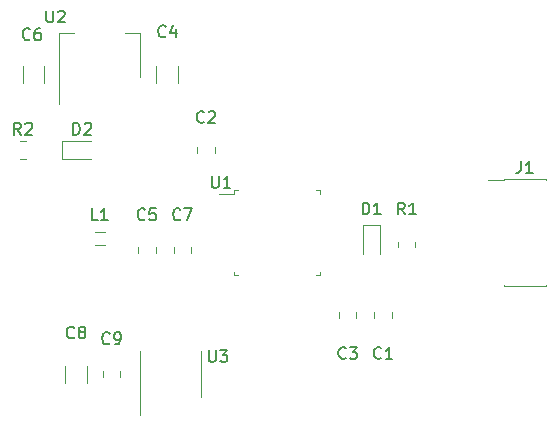
<source format=gbr>
%TF.GenerationSoftware,KiCad,Pcbnew,(6.0.2)*%
%TF.CreationDate,2022-03-18T10:51:15+01:00*%
%TF.ProjectId,stm32l02,73746d33-326c-4303-922e-6b696361645f,rev?*%
%TF.SameCoordinates,Original*%
%TF.FileFunction,Legend,Top*%
%TF.FilePolarity,Positive*%
%FSLAX46Y46*%
G04 Gerber Fmt 4.6, Leading zero omitted, Abs format (unit mm)*
G04 Created by KiCad (PCBNEW (6.0.2)) date 2022-03-18 10:51:15*
%MOMM*%
%LPD*%
G01*
G04 APERTURE LIST*
%ADD10C,0.150000*%
%ADD11C,0.120000*%
G04 APERTURE END LIST*
D10*
%TO.C,D1*%
X72261904Y-48452380D02*
X72261904Y-47452380D01*
X72500000Y-47452380D01*
X72642857Y-47500000D01*
X72738095Y-47595238D01*
X72785714Y-47690476D01*
X72833333Y-47880952D01*
X72833333Y-48023809D01*
X72785714Y-48214285D01*
X72738095Y-48309523D01*
X72642857Y-48404761D01*
X72500000Y-48452380D01*
X72261904Y-48452380D01*
X73785714Y-48452380D02*
X73214285Y-48452380D01*
X73500000Y-48452380D02*
X73500000Y-47452380D01*
X73404761Y-47595238D01*
X73309523Y-47690476D01*
X73214285Y-47738095D01*
%TO.C,C7*%
X56833333Y-48857142D02*
X56785714Y-48904761D01*
X56642857Y-48952380D01*
X56547619Y-48952380D01*
X56404761Y-48904761D01*
X56309523Y-48809523D01*
X56261904Y-48714285D01*
X56214285Y-48523809D01*
X56214285Y-48380952D01*
X56261904Y-48190476D01*
X56309523Y-48095238D01*
X56404761Y-48000000D01*
X56547619Y-47952380D01*
X56642857Y-47952380D01*
X56785714Y-48000000D01*
X56833333Y-48047619D01*
X57166666Y-47952380D02*
X57833333Y-47952380D01*
X57404761Y-48952380D01*
%TO.C,C4*%
X55583333Y-33357142D02*
X55535714Y-33404761D01*
X55392857Y-33452380D01*
X55297619Y-33452380D01*
X55154761Y-33404761D01*
X55059523Y-33309523D01*
X55011904Y-33214285D01*
X54964285Y-33023809D01*
X54964285Y-32880952D01*
X55011904Y-32690476D01*
X55059523Y-32595238D01*
X55154761Y-32500000D01*
X55297619Y-32452380D01*
X55392857Y-32452380D01*
X55535714Y-32500000D01*
X55583333Y-32547619D01*
X56440476Y-32785714D02*
X56440476Y-33452380D01*
X56202380Y-32404761D02*
X55964285Y-33119047D01*
X56583333Y-33119047D01*
%TO.C,U1*%
X59488095Y-45202380D02*
X59488095Y-46011904D01*
X59535714Y-46107142D01*
X59583333Y-46154761D01*
X59678571Y-46202380D01*
X59869047Y-46202380D01*
X59964285Y-46154761D01*
X60011904Y-46107142D01*
X60059523Y-46011904D01*
X60059523Y-45202380D01*
X61059523Y-46202380D02*
X60488095Y-46202380D01*
X60773809Y-46202380D02*
X60773809Y-45202380D01*
X60678571Y-45345238D01*
X60583333Y-45440476D01*
X60488095Y-45488095D01*
%TO.C,C9*%
X50833333Y-59357142D02*
X50785714Y-59404761D01*
X50642857Y-59452380D01*
X50547619Y-59452380D01*
X50404761Y-59404761D01*
X50309523Y-59309523D01*
X50261904Y-59214285D01*
X50214285Y-59023809D01*
X50214285Y-58880952D01*
X50261904Y-58690476D01*
X50309523Y-58595238D01*
X50404761Y-58500000D01*
X50547619Y-58452380D01*
X50642857Y-58452380D01*
X50785714Y-58500000D01*
X50833333Y-58547619D01*
X51309523Y-59452380D02*
X51500000Y-59452380D01*
X51595238Y-59404761D01*
X51642857Y-59357142D01*
X51738095Y-59214285D01*
X51785714Y-59023809D01*
X51785714Y-58642857D01*
X51738095Y-58547619D01*
X51690476Y-58500000D01*
X51595238Y-58452380D01*
X51404761Y-58452380D01*
X51309523Y-58500000D01*
X51261904Y-58547619D01*
X51214285Y-58642857D01*
X51214285Y-58880952D01*
X51261904Y-58976190D01*
X51309523Y-59023809D01*
X51404761Y-59071428D01*
X51595238Y-59071428D01*
X51690476Y-59023809D01*
X51738095Y-58976190D01*
X51785714Y-58880952D01*
%TO.C,J1*%
X85666666Y-43947380D02*
X85666666Y-44661666D01*
X85619047Y-44804523D01*
X85523809Y-44899761D01*
X85380952Y-44947380D01*
X85285714Y-44947380D01*
X86666666Y-44947380D02*
X86095238Y-44947380D01*
X86380952Y-44947380D02*
X86380952Y-43947380D01*
X86285714Y-44090238D01*
X86190476Y-44185476D01*
X86095238Y-44233095D01*
%TO.C,L1*%
X49833333Y-48952380D02*
X49357142Y-48952380D01*
X49357142Y-47952380D01*
X50690476Y-48952380D02*
X50119047Y-48952380D01*
X50404761Y-48952380D02*
X50404761Y-47952380D01*
X50309523Y-48095238D01*
X50214285Y-48190476D01*
X50119047Y-48238095D01*
%TO.C,R1*%
X75833333Y-48452380D02*
X75500000Y-47976190D01*
X75261904Y-48452380D02*
X75261904Y-47452380D01*
X75642857Y-47452380D01*
X75738095Y-47500000D01*
X75785714Y-47547619D01*
X75833333Y-47642857D01*
X75833333Y-47785714D01*
X75785714Y-47880952D01*
X75738095Y-47928571D01*
X75642857Y-47976190D01*
X75261904Y-47976190D01*
X76785714Y-48452380D02*
X76214285Y-48452380D01*
X76500000Y-48452380D02*
X76500000Y-47452380D01*
X76404761Y-47595238D01*
X76309523Y-47690476D01*
X76214285Y-47738095D01*
%TO.C,D2*%
X47761904Y-41702380D02*
X47761904Y-40702380D01*
X48000000Y-40702380D01*
X48142857Y-40750000D01*
X48238095Y-40845238D01*
X48285714Y-40940476D01*
X48333333Y-41130952D01*
X48333333Y-41273809D01*
X48285714Y-41464285D01*
X48238095Y-41559523D01*
X48142857Y-41654761D01*
X48000000Y-41702380D01*
X47761904Y-41702380D01*
X48714285Y-40797619D02*
X48761904Y-40750000D01*
X48857142Y-40702380D01*
X49095238Y-40702380D01*
X49190476Y-40750000D01*
X49238095Y-40797619D01*
X49285714Y-40892857D01*
X49285714Y-40988095D01*
X49238095Y-41130952D01*
X48666666Y-41702380D01*
X49285714Y-41702380D01*
%TO.C,C2*%
X58833333Y-40607142D02*
X58785714Y-40654761D01*
X58642857Y-40702380D01*
X58547619Y-40702380D01*
X58404761Y-40654761D01*
X58309523Y-40559523D01*
X58261904Y-40464285D01*
X58214285Y-40273809D01*
X58214285Y-40130952D01*
X58261904Y-39940476D01*
X58309523Y-39845238D01*
X58404761Y-39750000D01*
X58547619Y-39702380D01*
X58642857Y-39702380D01*
X58785714Y-39750000D01*
X58833333Y-39797619D01*
X59214285Y-39797619D02*
X59261904Y-39750000D01*
X59357142Y-39702380D01*
X59595238Y-39702380D01*
X59690476Y-39750000D01*
X59738095Y-39797619D01*
X59785714Y-39892857D01*
X59785714Y-39988095D01*
X59738095Y-40130952D01*
X59166666Y-40702380D01*
X59785714Y-40702380D01*
%TO.C,C5*%
X53833333Y-48857142D02*
X53785714Y-48904761D01*
X53642857Y-48952380D01*
X53547619Y-48952380D01*
X53404761Y-48904761D01*
X53309523Y-48809523D01*
X53261904Y-48714285D01*
X53214285Y-48523809D01*
X53214285Y-48380952D01*
X53261904Y-48190476D01*
X53309523Y-48095238D01*
X53404761Y-48000000D01*
X53547619Y-47952380D01*
X53642857Y-47952380D01*
X53785714Y-48000000D01*
X53833333Y-48047619D01*
X54738095Y-47952380D02*
X54261904Y-47952380D01*
X54214285Y-48428571D01*
X54261904Y-48380952D01*
X54357142Y-48333333D01*
X54595238Y-48333333D01*
X54690476Y-48380952D01*
X54738095Y-48428571D01*
X54785714Y-48523809D01*
X54785714Y-48761904D01*
X54738095Y-48857142D01*
X54690476Y-48904761D01*
X54595238Y-48952380D01*
X54357142Y-48952380D01*
X54261904Y-48904761D01*
X54214285Y-48857142D01*
%TO.C,U3*%
X59238095Y-59952380D02*
X59238095Y-60761904D01*
X59285714Y-60857142D01*
X59333333Y-60904761D01*
X59428571Y-60952380D01*
X59619047Y-60952380D01*
X59714285Y-60904761D01*
X59761904Y-60857142D01*
X59809523Y-60761904D01*
X59809523Y-59952380D01*
X60190476Y-59952380D02*
X60809523Y-59952380D01*
X60476190Y-60333333D01*
X60619047Y-60333333D01*
X60714285Y-60380952D01*
X60761904Y-60428571D01*
X60809523Y-60523809D01*
X60809523Y-60761904D01*
X60761904Y-60857142D01*
X60714285Y-60904761D01*
X60619047Y-60952380D01*
X60333333Y-60952380D01*
X60238095Y-60904761D01*
X60190476Y-60857142D01*
%TO.C,C1*%
X73833333Y-60607142D02*
X73785714Y-60654761D01*
X73642857Y-60702380D01*
X73547619Y-60702380D01*
X73404761Y-60654761D01*
X73309523Y-60559523D01*
X73261904Y-60464285D01*
X73214285Y-60273809D01*
X73214285Y-60130952D01*
X73261904Y-59940476D01*
X73309523Y-59845238D01*
X73404761Y-59750000D01*
X73547619Y-59702380D01*
X73642857Y-59702380D01*
X73785714Y-59750000D01*
X73833333Y-59797619D01*
X74785714Y-60702380D02*
X74214285Y-60702380D01*
X74500000Y-60702380D02*
X74500000Y-59702380D01*
X74404761Y-59845238D01*
X74309523Y-59940476D01*
X74214285Y-59988095D01*
%TO.C,C8*%
X47833333Y-58857142D02*
X47785714Y-58904761D01*
X47642857Y-58952380D01*
X47547619Y-58952380D01*
X47404761Y-58904761D01*
X47309523Y-58809523D01*
X47261904Y-58714285D01*
X47214285Y-58523809D01*
X47214285Y-58380952D01*
X47261904Y-58190476D01*
X47309523Y-58095238D01*
X47404761Y-58000000D01*
X47547619Y-57952380D01*
X47642857Y-57952380D01*
X47785714Y-58000000D01*
X47833333Y-58047619D01*
X48404761Y-58380952D02*
X48309523Y-58333333D01*
X48261904Y-58285714D01*
X48214285Y-58190476D01*
X48214285Y-58142857D01*
X48261904Y-58047619D01*
X48309523Y-58000000D01*
X48404761Y-57952380D01*
X48595238Y-57952380D01*
X48690476Y-58000000D01*
X48738095Y-58047619D01*
X48785714Y-58142857D01*
X48785714Y-58190476D01*
X48738095Y-58285714D01*
X48690476Y-58333333D01*
X48595238Y-58380952D01*
X48404761Y-58380952D01*
X48309523Y-58428571D01*
X48261904Y-58476190D01*
X48214285Y-58571428D01*
X48214285Y-58761904D01*
X48261904Y-58857142D01*
X48309523Y-58904761D01*
X48404761Y-58952380D01*
X48595238Y-58952380D01*
X48690476Y-58904761D01*
X48738095Y-58857142D01*
X48785714Y-58761904D01*
X48785714Y-58571428D01*
X48738095Y-58476190D01*
X48690476Y-58428571D01*
X48595238Y-58380952D01*
%TO.C,C6*%
X44083333Y-33607142D02*
X44035714Y-33654761D01*
X43892857Y-33702380D01*
X43797619Y-33702380D01*
X43654761Y-33654761D01*
X43559523Y-33559523D01*
X43511904Y-33464285D01*
X43464285Y-33273809D01*
X43464285Y-33130952D01*
X43511904Y-32940476D01*
X43559523Y-32845238D01*
X43654761Y-32750000D01*
X43797619Y-32702380D01*
X43892857Y-32702380D01*
X44035714Y-32750000D01*
X44083333Y-32797619D01*
X44940476Y-32702380D02*
X44750000Y-32702380D01*
X44654761Y-32750000D01*
X44607142Y-32797619D01*
X44511904Y-32940476D01*
X44464285Y-33130952D01*
X44464285Y-33511904D01*
X44511904Y-33607142D01*
X44559523Y-33654761D01*
X44654761Y-33702380D01*
X44845238Y-33702380D01*
X44940476Y-33654761D01*
X44988095Y-33607142D01*
X45035714Y-33511904D01*
X45035714Y-33273809D01*
X44988095Y-33178571D01*
X44940476Y-33130952D01*
X44845238Y-33083333D01*
X44654761Y-33083333D01*
X44559523Y-33130952D01*
X44511904Y-33178571D01*
X44464285Y-33273809D01*
%TO.C,C3*%
X70833333Y-60607142D02*
X70785714Y-60654761D01*
X70642857Y-60702380D01*
X70547619Y-60702380D01*
X70404761Y-60654761D01*
X70309523Y-60559523D01*
X70261904Y-60464285D01*
X70214285Y-60273809D01*
X70214285Y-60130952D01*
X70261904Y-59940476D01*
X70309523Y-59845238D01*
X70404761Y-59750000D01*
X70547619Y-59702380D01*
X70642857Y-59702380D01*
X70785714Y-59750000D01*
X70833333Y-59797619D01*
X71166666Y-59702380D02*
X71785714Y-59702380D01*
X71452380Y-60083333D01*
X71595238Y-60083333D01*
X71690476Y-60130952D01*
X71738095Y-60178571D01*
X71785714Y-60273809D01*
X71785714Y-60511904D01*
X71738095Y-60607142D01*
X71690476Y-60654761D01*
X71595238Y-60702380D01*
X71309523Y-60702380D01*
X71214285Y-60654761D01*
X71166666Y-60607142D01*
%TO.C,R2*%
X43333333Y-41702380D02*
X43000000Y-41226190D01*
X42761904Y-41702380D02*
X42761904Y-40702380D01*
X43142857Y-40702380D01*
X43238095Y-40750000D01*
X43285714Y-40797619D01*
X43333333Y-40892857D01*
X43333333Y-41035714D01*
X43285714Y-41130952D01*
X43238095Y-41178571D01*
X43142857Y-41226190D01*
X42761904Y-41226190D01*
X43714285Y-40797619D02*
X43761904Y-40750000D01*
X43857142Y-40702380D01*
X44095238Y-40702380D01*
X44190476Y-40750000D01*
X44238095Y-40797619D01*
X44285714Y-40892857D01*
X44285714Y-40988095D01*
X44238095Y-41130952D01*
X43666666Y-41702380D01*
X44285714Y-41702380D01*
%TO.C,U2*%
X45488095Y-31202380D02*
X45488095Y-32011904D01*
X45535714Y-32107142D01*
X45583333Y-32154761D01*
X45678571Y-32202380D01*
X45869047Y-32202380D01*
X45964285Y-32154761D01*
X46011904Y-32107142D01*
X46059523Y-32011904D01*
X46059523Y-31202380D01*
X46488095Y-31297619D02*
X46535714Y-31250000D01*
X46630952Y-31202380D01*
X46869047Y-31202380D01*
X46964285Y-31250000D01*
X47011904Y-31297619D01*
X47059523Y-31392857D01*
X47059523Y-31488095D01*
X47011904Y-31630952D01*
X46440476Y-32202380D01*
X47059523Y-32202380D01*
D11*
%TO.C,D1*%
X72265000Y-49340000D02*
X72265000Y-51800000D01*
X73735000Y-51800000D02*
X73735000Y-49340000D01*
X73735000Y-49340000D02*
X72265000Y-49340000D01*
%TO.C,C7*%
X56265000Y-51238748D02*
X56265000Y-51761252D01*
X57735000Y-51238748D02*
X57735000Y-51761252D01*
%TO.C,C4*%
X56610000Y-37311252D02*
X56610000Y-35888748D01*
X54790000Y-37311252D02*
X54790000Y-35888748D01*
%TO.C,U1*%
X61390000Y-53610000D02*
X61390000Y-53310000D01*
X61390000Y-46690000D02*
X60075000Y-46690000D01*
X68610000Y-46390000D02*
X68610000Y-46690000D01*
X61390000Y-46390000D02*
X61390000Y-46690000D01*
X68310000Y-53610000D02*
X68610000Y-53610000D01*
X68610000Y-53610000D02*
X68610000Y-53310000D01*
X61690000Y-46390000D02*
X61390000Y-46390000D01*
X61690000Y-53610000D02*
X61390000Y-53610000D01*
X68310000Y-46390000D02*
X68610000Y-46390000D01*
%TO.C,C9*%
X50265000Y-62261252D02*
X50265000Y-61738748D01*
X51735000Y-62261252D02*
X51735000Y-61738748D01*
%TO.C,J1*%
X84235000Y-45495000D02*
X87765000Y-45495000D01*
X84235000Y-45495000D02*
X84235000Y-45560000D01*
X87765000Y-54440000D02*
X87765000Y-54505000D01*
X84235000Y-54440000D02*
X84235000Y-54505000D01*
X87765000Y-45495000D02*
X87765000Y-45560000D01*
X82910000Y-45560000D02*
X84235000Y-45560000D01*
X84235000Y-54505000D02*
X87765000Y-54505000D01*
%TO.C,L1*%
X49589758Y-51060000D02*
X50410242Y-51060000D01*
X49589758Y-49940000D02*
X50410242Y-49940000D01*
%TO.C,R1*%
X76735000Y-50772936D02*
X76735000Y-51227064D01*
X75265000Y-50772936D02*
X75265000Y-51227064D01*
%TO.C,D2*%
X46840000Y-43735000D02*
X49300000Y-43735000D01*
X49300000Y-42265000D02*
X46840000Y-42265000D01*
X46840000Y-42265000D02*
X46840000Y-43735000D01*
%TO.C,C2*%
X58265000Y-43261252D02*
X58265000Y-42738748D01*
X59735000Y-43261252D02*
X59735000Y-42738748D01*
%TO.C,C5*%
X54735000Y-51238748D02*
X54735000Y-51761252D01*
X53265000Y-51238748D02*
X53265000Y-51761252D01*
%TO.C,U3*%
X53440000Y-62000000D02*
X53440000Y-60050000D01*
X58560000Y-62000000D02*
X58560000Y-63950000D01*
X53440000Y-62000000D02*
X53440000Y-65450000D01*
X58560000Y-62000000D02*
X58560000Y-60050000D01*
%TO.C,C1*%
X74735000Y-56738748D02*
X74735000Y-57261252D01*
X73265000Y-56738748D02*
X73265000Y-57261252D01*
%TO.C,C8*%
X48910000Y-62711252D02*
X48910000Y-61288748D01*
X47090000Y-62711252D02*
X47090000Y-61288748D01*
%TO.C,C6*%
X45310000Y-35888748D02*
X45310000Y-37311252D01*
X43490000Y-35888748D02*
X43490000Y-37311252D01*
%TO.C,C3*%
X71735000Y-56738748D02*
X71735000Y-57261252D01*
X70265000Y-56738748D02*
X70265000Y-57261252D01*
%TO.C,R2*%
X43727064Y-43735000D02*
X43272936Y-43735000D01*
X43727064Y-42265000D02*
X43272936Y-42265000D01*
%TO.C,U2*%
X46590000Y-33090000D02*
X47850000Y-33090000D01*
X53410000Y-36850000D02*
X53410000Y-33090000D01*
X53410000Y-33090000D02*
X52150000Y-33090000D01*
X46590000Y-39100000D02*
X46590000Y-33090000D01*
%TD*%
M02*

</source>
